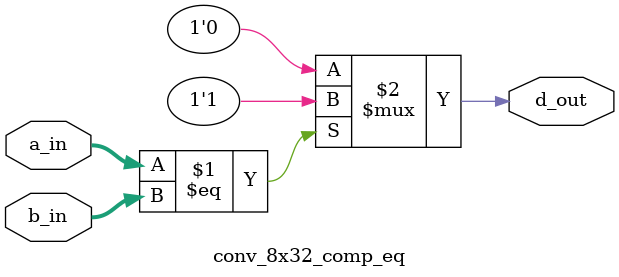
<source format=sv>
/******************************************************************
* Description
*
* EQUAL COMP
*
* Author: Juan Antonio Serrano Gomez
* email : antonio.serrano@cinvestav.mx
* Date  :	09/06/2023
******************************************************************/

module conv_8x32_comp_eq #(
	parameter DATA_WIDTH = 8
	
)(
	input  logic [DATA_WIDTH-1:0] a_in, 
	input  logic [DATA_WIDTH-1:0] b_in, 
	output logic d_out
);

assign d_out = (a_in == b_in) ? 1'b1 : 1'b0;

endmodule

</source>
